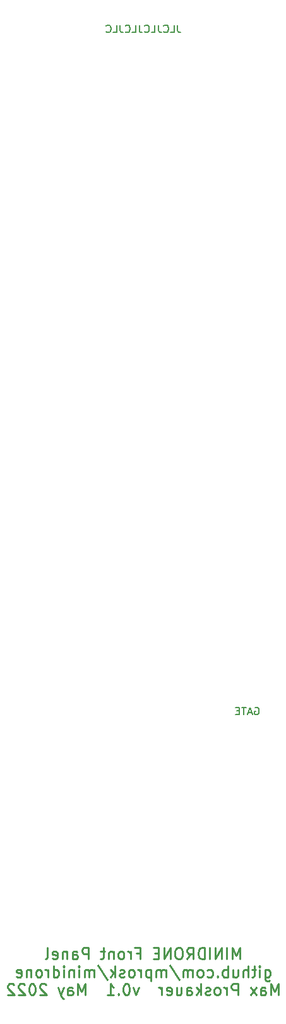
<source format=gbr>
G04 #@! TF.GenerationSoftware,KiCad,Pcbnew,(6.0.5)*
G04 #@! TF.CreationDate,2022-05-27T13:29:11-04:00*
G04 #@! TF.ProjectId,minidrone,6d696e69-6472-46f6-9e65-2e6b69636164,rev?*
G04 #@! TF.SameCoordinates,Original*
G04 #@! TF.FileFunction,Legend,Bot*
G04 #@! TF.FilePolarity,Positive*
%FSLAX46Y46*%
G04 Gerber Fmt 4.6, Leading zero omitted, Abs format (unit mm)*
G04 Created by KiCad (PCBNEW (6.0.5)) date 2022-05-27 13:29:11*
%MOMM*%
%LPD*%
G01*
G04 APERTURE LIST*
%ADD10C,0.225000*%
%ADD11C,0.150000*%
G04 APERTURE END LIST*
D10*
X109448571Y-152568571D02*
X109448571Y-151068571D01*
X108948571Y-152140000D01*
X108448571Y-151068571D01*
X108448571Y-152568571D01*
X107734285Y-152568571D02*
X107734285Y-151068571D01*
X107020000Y-152568571D02*
X107020000Y-151068571D01*
X106162857Y-152568571D01*
X106162857Y-151068571D01*
X105448571Y-152568571D02*
X105448571Y-151068571D01*
X104734285Y-152568571D02*
X104734285Y-151068571D01*
X104377142Y-151068571D01*
X104162857Y-151140000D01*
X104020000Y-151282857D01*
X103948571Y-151425714D01*
X103877142Y-151711428D01*
X103877142Y-151925714D01*
X103948571Y-152211428D01*
X104020000Y-152354285D01*
X104162857Y-152497142D01*
X104377142Y-152568571D01*
X104734285Y-152568571D01*
X102377142Y-152568571D02*
X102877142Y-151854285D01*
X103234285Y-152568571D02*
X103234285Y-151068571D01*
X102662857Y-151068571D01*
X102520000Y-151140000D01*
X102448571Y-151211428D01*
X102377142Y-151354285D01*
X102377142Y-151568571D01*
X102448571Y-151711428D01*
X102520000Y-151782857D01*
X102662857Y-151854285D01*
X103234285Y-151854285D01*
X101448571Y-151068571D02*
X101162857Y-151068571D01*
X101020000Y-151140000D01*
X100877142Y-151282857D01*
X100805714Y-151568571D01*
X100805714Y-152068571D01*
X100877142Y-152354285D01*
X101020000Y-152497142D01*
X101162857Y-152568571D01*
X101448571Y-152568571D01*
X101591428Y-152497142D01*
X101734285Y-152354285D01*
X101805714Y-152068571D01*
X101805714Y-151568571D01*
X101734285Y-151282857D01*
X101591428Y-151140000D01*
X101448571Y-151068571D01*
X100162857Y-152568571D02*
X100162857Y-151068571D01*
X99305714Y-152568571D01*
X99305714Y-151068571D01*
X98591428Y-151782857D02*
X98091428Y-151782857D01*
X97877142Y-152568571D02*
X98591428Y-152568571D01*
X98591428Y-151068571D01*
X97877142Y-151068571D01*
X95591428Y-151782857D02*
X96091428Y-151782857D01*
X96091428Y-152568571D02*
X96091428Y-151068571D01*
X95377142Y-151068571D01*
X94805714Y-152568571D02*
X94805714Y-151568571D01*
X94805714Y-151854285D02*
X94734285Y-151711428D01*
X94662857Y-151640000D01*
X94520000Y-151568571D01*
X94377142Y-151568571D01*
X93662857Y-152568571D02*
X93805714Y-152497142D01*
X93877142Y-152425714D01*
X93948571Y-152282857D01*
X93948571Y-151854285D01*
X93877142Y-151711428D01*
X93805714Y-151640000D01*
X93662857Y-151568571D01*
X93448571Y-151568571D01*
X93305714Y-151640000D01*
X93234285Y-151711428D01*
X93162857Y-151854285D01*
X93162857Y-152282857D01*
X93234285Y-152425714D01*
X93305714Y-152497142D01*
X93448571Y-152568571D01*
X93662857Y-152568571D01*
X92520000Y-151568571D02*
X92520000Y-152568571D01*
X92520000Y-151711428D02*
X92448571Y-151640000D01*
X92305714Y-151568571D01*
X92091428Y-151568571D01*
X91948571Y-151640000D01*
X91877142Y-151782857D01*
X91877142Y-152568571D01*
X91377142Y-151568571D02*
X90805714Y-151568571D01*
X91162857Y-151068571D02*
X91162857Y-152354285D01*
X91091428Y-152497142D01*
X90948571Y-152568571D01*
X90805714Y-152568571D01*
X89162857Y-152568571D02*
X89162857Y-151068571D01*
X88591428Y-151068571D01*
X88448571Y-151140000D01*
X88377142Y-151211428D01*
X88305714Y-151354285D01*
X88305714Y-151568571D01*
X88377142Y-151711428D01*
X88448571Y-151782857D01*
X88591428Y-151854285D01*
X89162857Y-151854285D01*
X87020000Y-152568571D02*
X87020000Y-151782857D01*
X87091428Y-151640000D01*
X87234285Y-151568571D01*
X87520000Y-151568571D01*
X87662857Y-151640000D01*
X87020000Y-152497142D02*
X87162857Y-152568571D01*
X87520000Y-152568571D01*
X87662857Y-152497142D01*
X87734285Y-152354285D01*
X87734285Y-152211428D01*
X87662857Y-152068571D01*
X87520000Y-151997142D01*
X87162857Y-151997142D01*
X87020000Y-151925714D01*
X86305714Y-151568571D02*
X86305714Y-152568571D01*
X86305714Y-151711428D02*
X86234285Y-151640000D01*
X86091428Y-151568571D01*
X85877142Y-151568571D01*
X85734285Y-151640000D01*
X85662857Y-151782857D01*
X85662857Y-152568571D01*
X84377142Y-152497142D02*
X84520000Y-152568571D01*
X84805714Y-152568571D01*
X84948571Y-152497142D01*
X85020000Y-152354285D01*
X85020000Y-151782857D01*
X84948571Y-151640000D01*
X84805714Y-151568571D01*
X84520000Y-151568571D01*
X84377142Y-151640000D01*
X84305714Y-151782857D01*
X84305714Y-151925714D01*
X85020000Y-152068571D01*
X83448571Y-152568571D02*
X83591428Y-152497142D01*
X83662857Y-152354285D01*
X83662857Y-151068571D01*
X112841428Y-153983571D02*
X112841428Y-155197857D01*
X112912857Y-155340714D01*
X112984285Y-155412142D01*
X113127142Y-155483571D01*
X113341428Y-155483571D01*
X113484285Y-155412142D01*
X112841428Y-154912142D02*
X112984285Y-154983571D01*
X113270000Y-154983571D01*
X113412857Y-154912142D01*
X113484285Y-154840714D01*
X113555714Y-154697857D01*
X113555714Y-154269285D01*
X113484285Y-154126428D01*
X113412857Y-154055000D01*
X113270000Y-153983571D01*
X112984285Y-153983571D01*
X112841428Y-154055000D01*
X112127142Y-154983571D02*
X112127142Y-153983571D01*
X112127142Y-153483571D02*
X112198571Y-153555000D01*
X112127142Y-153626428D01*
X112055714Y-153555000D01*
X112127142Y-153483571D01*
X112127142Y-153626428D01*
X111627142Y-153983571D02*
X111055714Y-153983571D01*
X111412857Y-153483571D02*
X111412857Y-154769285D01*
X111341428Y-154912142D01*
X111198571Y-154983571D01*
X111055714Y-154983571D01*
X110555714Y-154983571D02*
X110555714Y-153483571D01*
X109912857Y-154983571D02*
X109912857Y-154197857D01*
X109984285Y-154055000D01*
X110127142Y-153983571D01*
X110341428Y-153983571D01*
X110484285Y-154055000D01*
X110555714Y-154126428D01*
X108555714Y-153983571D02*
X108555714Y-154983571D01*
X109198571Y-153983571D02*
X109198571Y-154769285D01*
X109127142Y-154912142D01*
X108984285Y-154983571D01*
X108770000Y-154983571D01*
X108627142Y-154912142D01*
X108555714Y-154840714D01*
X107841428Y-154983571D02*
X107841428Y-153483571D01*
X107841428Y-154055000D02*
X107698571Y-153983571D01*
X107412857Y-153983571D01*
X107270000Y-154055000D01*
X107198571Y-154126428D01*
X107127142Y-154269285D01*
X107127142Y-154697857D01*
X107198571Y-154840714D01*
X107270000Y-154912142D01*
X107412857Y-154983571D01*
X107698571Y-154983571D01*
X107841428Y-154912142D01*
X106484285Y-154840714D02*
X106412857Y-154912142D01*
X106484285Y-154983571D01*
X106555714Y-154912142D01*
X106484285Y-154840714D01*
X106484285Y-154983571D01*
X105127142Y-154912142D02*
X105270000Y-154983571D01*
X105555714Y-154983571D01*
X105698571Y-154912142D01*
X105770000Y-154840714D01*
X105841428Y-154697857D01*
X105841428Y-154269285D01*
X105770000Y-154126428D01*
X105698571Y-154055000D01*
X105555714Y-153983571D01*
X105270000Y-153983571D01*
X105127142Y-154055000D01*
X104270000Y-154983571D02*
X104412857Y-154912142D01*
X104484285Y-154840714D01*
X104555714Y-154697857D01*
X104555714Y-154269285D01*
X104484285Y-154126428D01*
X104412857Y-154055000D01*
X104270000Y-153983571D01*
X104055714Y-153983571D01*
X103912857Y-154055000D01*
X103841428Y-154126428D01*
X103770000Y-154269285D01*
X103770000Y-154697857D01*
X103841428Y-154840714D01*
X103912857Y-154912142D01*
X104055714Y-154983571D01*
X104270000Y-154983571D01*
X103127142Y-154983571D02*
X103127142Y-153983571D01*
X103127142Y-154126428D02*
X103055714Y-154055000D01*
X102912857Y-153983571D01*
X102698571Y-153983571D01*
X102555714Y-154055000D01*
X102484285Y-154197857D01*
X102484285Y-154983571D01*
X102484285Y-154197857D02*
X102412857Y-154055000D01*
X102270000Y-153983571D01*
X102055714Y-153983571D01*
X101912857Y-154055000D01*
X101841428Y-154197857D01*
X101841428Y-154983571D01*
X100055714Y-153412142D02*
X101341428Y-155340714D01*
X99555714Y-154983571D02*
X99555714Y-153983571D01*
X99555714Y-154126428D02*
X99484285Y-154055000D01*
X99341428Y-153983571D01*
X99127142Y-153983571D01*
X98984285Y-154055000D01*
X98912857Y-154197857D01*
X98912857Y-154983571D01*
X98912857Y-154197857D02*
X98841428Y-154055000D01*
X98698571Y-153983571D01*
X98484285Y-153983571D01*
X98341428Y-154055000D01*
X98270000Y-154197857D01*
X98270000Y-154983571D01*
X97555714Y-153983571D02*
X97555714Y-155483571D01*
X97555714Y-154055000D02*
X97412857Y-153983571D01*
X97127142Y-153983571D01*
X96984285Y-154055000D01*
X96912857Y-154126428D01*
X96841428Y-154269285D01*
X96841428Y-154697857D01*
X96912857Y-154840714D01*
X96984285Y-154912142D01*
X97127142Y-154983571D01*
X97412857Y-154983571D01*
X97555714Y-154912142D01*
X96198571Y-154983571D02*
X96198571Y-153983571D01*
X96198571Y-154269285D02*
X96127142Y-154126428D01*
X96055714Y-154055000D01*
X95912857Y-153983571D01*
X95770000Y-153983571D01*
X95055714Y-154983571D02*
X95198571Y-154912142D01*
X95270000Y-154840714D01*
X95341428Y-154697857D01*
X95341428Y-154269285D01*
X95270000Y-154126428D01*
X95198571Y-154055000D01*
X95055714Y-153983571D01*
X94841428Y-153983571D01*
X94698571Y-154055000D01*
X94627142Y-154126428D01*
X94555714Y-154269285D01*
X94555714Y-154697857D01*
X94627142Y-154840714D01*
X94698571Y-154912142D01*
X94841428Y-154983571D01*
X95055714Y-154983571D01*
X93984285Y-154912142D02*
X93841428Y-154983571D01*
X93555714Y-154983571D01*
X93412857Y-154912142D01*
X93341428Y-154769285D01*
X93341428Y-154697857D01*
X93412857Y-154555000D01*
X93555714Y-154483571D01*
X93770000Y-154483571D01*
X93912857Y-154412142D01*
X93984285Y-154269285D01*
X93984285Y-154197857D01*
X93912857Y-154055000D01*
X93770000Y-153983571D01*
X93555714Y-153983571D01*
X93412857Y-154055000D01*
X92698571Y-154983571D02*
X92698571Y-153483571D01*
X92555714Y-154412142D02*
X92127142Y-154983571D01*
X92127142Y-153983571D02*
X92698571Y-154555000D01*
X90412857Y-153412142D02*
X91698571Y-155340714D01*
X89912857Y-154983571D02*
X89912857Y-153983571D01*
X89912857Y-154126428D02*
X89841428Y-154055000D01*
X89698571Y-153983571D01*
X89484285Y-153983571D01*
X89341428Y-154055000D01*
X89270000Y-154197857D01*
X89270000Y-154983571D01*
X89270000Y-154197857D02*
X89198571Y-154055000D01*
X89055714Y-153983571D01*
X88841428Y-153983571D01*
X88698571Y-154055000D01*
X88627142Y-154197857D01*
X88627142Y-154983571D01*
X87912857Y-154983571D02*
X87912857Y-153983571D01*
X87912857Y-153483571D02*
X87984285Y-153555000D01*
X87912857Y-153626428D01*
X87841428Y-153555000D01*
X87912857Y-153483571D01*
X87912857Y-153626428D01*
X87198571Y-153983571D02*
X87198571Y-154983571D01*
X87198571Y-154126428D02*
X87127142Y-154055000D01*
X86984285Y-153983571D01*
X86770000Y-153983571D01*
X86627142Y-154055000D01*
X86555714Y-154197857D01*
X86555714Y-154983571D01*
X85841428Y-154983571D02*
X85841428Y-153983571D01*
X85841428Y-153483571D02*
X85912857Y-153555000D01*
X85841428Y-153626428D01*
X85770000Y-153555000D01*
X85841428Y-153483571D01*
X85841428Y-153626428D01*
X84484285Y-154983571D02*
X84484285Y-153483571D01*
X84484285Y-154912142D02*
X84627142Y-154983571D01*
X84912857Y-154983571D01*
X85055714Y-154912142D01*
X85127142Y-154840714D01*
X85198571Y-154697857D01*
X85198571Y-154269285D01*
X85127142Y-154126428D01*
X85055714Y-154055000D01*
X84912857Y-153983571D01*
X84627142Y-153983571D01*
X84484285Y-154055000D01*
X83770000Y-154983571D02*
X83770000Y-153983571D01*
X83770000Y-154269285D02*
X83698571Y-154126428D01*
X83627142Y-154055000D01*
X83484285Y-153983571D01*
X83341428Y-153983571D01*
X82627142Y-154983571D02*
X82770000Y-154912142D01*
X82841428Y-154840714D01*
X82912857Y-154697857D01*
X82912857Y-154269285D01*
X82841428Y-154126428D01*
X82770000Y-154055000D01*
X82627142Y-153983571D01*
X82412857Y-153983571D01*
X82270000Y-154055000D01*
X82198571Y-154126428D01*
X82127142Y-154269285D01*
X82127142Y-154697857D01*
X82198571Y-154840714D01*
X82270000Y-154912142D01*
X82412857Y-154983571D01*
X82627142Y-154983571D01*
X81484285Y-153983571D02*
X81484285Y-154983571D01*
X81484285Y-154126428D02*
X81412857Y-154055000D01*
X81270000Y-153983571D01*
X81055714Y-153983571D01*
X80912857Y-154055000D01*
X80841428Y-154197857D01*
X80841428Y-154983571D01*
X79555714Y-154912142D02*
X79698571Y-154983571D01*
X79984285Y-154983571D01*
X80127142Y-154912142D01*
X80198571Y-154769285D01*
X80198571Y-154197857D01*
X80127142Y-154055000D01*
X79984285Y-153983571D01*
X79698571Y-153983571D01*
X79555714Y-154055000D01*
X79484285Y-154197857D01*
X79484285Y-154340714D01*
X80198571Y-154483571D01*
X114627142Y-157398571D02*
X114627142Y-155898571D01*
X114127142Y-156970000D01*
X113627142Y-155898571D01*
X113627142Y-157398571D01*
X112270000Y-157398571D02*
X112270000Y-156612857D01*
X112341428Y-156470000D01*
X112484285Y-156398571D01*
X112770000Y-156398571D01*
X112912857Y-156470000D01*
X112270000Y-157327142D02*
X112412857Y-157398571D01*
X112770000Y-157398571D01*
X112912857Y-157327142D01*
X112984285Y-157184285D01*
X112984285Y-157041428D01*
X112912857Y-156898571D01*
X112770000Y-156827142D01*
X112412857Y-156827142D01*
X112270000Y-156755714D01*
X111698571Y-157398571D02*
X110912857Y-156398571D01*
X111698571Y-156398571D02*
X110912857Y-157398571D01*
X109198571Y-157398571D02*
X109198571Y-155898571D01*
X108627142Y-155898571D01*
X108484285Y-155970000D01*
X108412857Y-156041428D01*
X108341428Y-156184285D01*
X108341428Y-156398571D01*
X108412857Y-156541428D01*
X108484285Y-156612857D01*
X108627142Y-156684285D01*
X109198571Y-156684285D01*
X107698571Y-157398571D02*
X107698571Y-156398571D01*
X107698571Y-156684285D02*
X107627142Y-156541428D01*
X107555714Y-156470000D01*
X107412857Y-156398571D01*
X107270000Y-156398571D01*
X106555714Y-157398571D02*
X106698571Y-157327142D01*
X106770000Y-157255714D01*
X106841428Y-157112857D01*
X106841428Y-156684285D01*
X106770000Y-156541428D01*
X106698571Y-156470000D01*
X106555714Y-156398571D01*
X106341428Y-156398571D01*
X106198571Y-156470000D01*
X106127142Y-156541428D01*
X106055714Y-156684285D01*
X106055714Y-157112857D01*
X106127142Y-157255714D01*
X106198571Y-157327142D01*
X106341428Y-157398571D01*
X106555714Y-157398571D01*
X105484285Y-157327142D02*
X105341428Y-157398571D01*
X105055714Y-157398571D01*
X104912857Y-157327142D01*
X104841428Y-157184285D01*
X104841428Y-157112857D01*
X104912857Y-156970000D01*
X105055714Y-156898571D01*
X105270000Y-156898571D01*
X105412857Y-156827142D01*
X105484285Y-156684285D01*
X105484285Y-156612857D01*
X105412857Y-156470000D01*
X105270000Y-156398571D01*
X105055714Y-156398571D01*
X104912857Y-156470000D01*
X104198571Y-157398571D02*
X104198571Y-155898571D01*
X104055714Y-156827142D02*
X103627142Y-157398571D01*
X103627142Y-156398571D02*
X104198571Y-156970000D01*
X102341428Y-157398571D02*
X102341428Y-156612857D01*
X102412857Y-156470000D01*
X102555714Y-156398571D01*
X102841428Y-156398571D01*
X102984285Y-156470000D01*
X102341428Y-157327142D02*
X102484285Y-157398571D01*
X102841428Y-157398571D01*
X102984285Y-157327142D01*
X103055714Y-157184285D01*
X103055714Y-157041428D01*
X102984285Y-156898571D01*
X102841428Y-156827142D01*
X102484285Y-156827142D01*
X102341428Y-156755714D01*
X100984285Y-156398571D02*
X100984285Y-157398571D01*
X101627142Y-156398571D02*
X101627142Y-157184285D01*
X101555714Y-157327142D01*
X101412857Y-157398571D01*
X101198571Y-157398571D01*
X101055714Y-157327142D01*
X100984285Y-157255714D01*
X99698571Y-157327142D02*
X99841428Y-157398571D01*
X100127142Y-157398571D01*
X100270000Y-157327142D01*
X100341428Y-157184285D01*
X100341428Y-156612857D01*
X100270000Y-156470000D01*
X100127142Y-156398571D01*
X99841428Y-156398571D01*
X99698571Y-156470000D01*
X99627142Y-156612857D01*
X99627142Y-156755714D01*
X100341428Y-156898571D01*
X98984285Y-157398571D02*
X98984285Y-156398571D01*
X98984285Y-156684285D02*
X98912857Y-156541428D01*
X98841428Y-156470000D01*
X98698571Y-156398571D01*
X98555714Y-156398571D01*
X95912857Y-156398571D02*
X95555714Y-157398571D01*
X95198571Y-156398571D01*
X94341428Y-155898571D02*
X94198571Y-155898571D01*
X94055714Y-155970000D01*
X93984285Y-156041428D01*
X93912857Y-156184285D01*
X93841428Y-156470000D01*
X93841428Y-156827142D01*
X93912857Y-157112857D01*
X93984285Y-157255714D01*
X94055714Y-157327142D01*
X94198571Y-157398571D01*
X94341428Y-157398571D01*
X94484285Y-157327142D01*
X94555714Y-157255714D01*
X94627142Y-157112857D01*
X94698571Y-156827142D01*
X94698571Y-156470000D01*
X94627142Y-156184285D01*
X94555714Y-156041428D01*
X94484285Y-155970000D01*
X94341428Y-155898571D01*
X93198571Y-157255714D02*
X93127142Y-157327142D01*
X93198571Y-157398571D01*
X93270000Y-157327142D01*
X93198571Y-157255714D01*
X93198571Y-157398571D01*
X91698571Y-157398571D02*
X92555714Y-157398571D01*
X92127142Y-157398571D02*
X92127142Y-155898571D01*
X92270000Y-156112857D01*
X92412857Y-156255714D01*
X92555714Y-156327142D01*
X88770000Y-157398571D02*
X88770000Y-155898571D01*
X88270000Y-156970000D01*
X87770000Y-155898571D01*
X87770000Y-157398571D01*
X86412857Y-157398571D02*
X86412857Y-156612857D01*
X86484285Y-156470000D01*
X86627142Y-156398571D01*
X86912857Y-156398571D01*
X87055714Y-156470000D01*
X86412857Y-157327142D02*
X86555714Y-157398571D01*
X86912857Y-157398571D01*
X87055714Y-157327142D01*
X87127142Y-157184285D01*
X87127142Y-157041428D01*
X87055714Y-156898571D01*
X86912857Y-156827142D01*
X86555714Y-156827142D01*
X86412857Y-156755714D01*
X85841428Y-156398571D02*
X85484285Y-157398571D01*
X85127142Y-156398571D02*
X85484285Y-157398571D01*
X85627142Y-157755714D01*
X85698571Y-157827142D01*
X85841428Y-157898571D01*
X83484285Y-156041428D02*
X83412857Y-155970000D01*
X83270000Y-155898571D01*
X82912857Y-155898571D01*
X82770000Y-155970000D01*
X82698571Y-156041428D01*
X82627142Y-156184285D01*
X82627142Y-156327142D01*
X82698571Y-156541428D01*
X83555714Y-157398571D01*
X82627142Y-157398571D01*
X81698571Y-155898571D02*
X81555714Y-155898571D01*
X81412857Y-155970000D01*
X81341428Y-156041428D01*
X81270000Y-156184285D01*
X81198571Y-156470000D01*
X81198571Y-156827142D01*
X81270000Y-157112857D01*
X81341428Y-157255714D01*
X81412857Y-157327142D01*
X81555714Y-157398571D01*
X81698571Y-157398571D01*
X81841428Y-157327142D01*
X81912857Y-157255714D01*
X81984285Y-157112857D01*
X82055714Y-156827142D01*
X82055714Y-156470000D01*
X81984285Y-156184285D01*
X81912857Y-156041428D01*
X81841428Y-155970000D01*
X81698571Y-155898571D01*
X80627142Y-156041428D02*
X80555714Y-155970000D01*
X80412857Y-155898571D01*
X80055714Y-155898571D01*
X79912857Y-155970000D01*
X79841428Y-156041428D01*
X79770000Y-156184285D01*
X79770000Y-156327142D01*
X79841428Y-156541428D01*
X80698571Y-157398571D01*
X79770000Y-157398571D01*
X79198571Y-156041428D02*
X79127142Y-155970000D01*
X78984285Y-155898571D01*
X78627142Y-155898571D01*
X78484285Y-155970000D01*
X78412857Y-156041428D01*
X78341428Y-156184285D01*
X78341428Y-156327142D01*
X78412857Y-156541428D01*
X79270000Y-157398571D01*
X78341428Y-157398571D01*
D11*
X101139047Y-27392380D02*
X101139047Y-28106666D01*
X101186666Y-28249523D01*
X101281904Y-28344761D01*
X101424761Y-28392380D01*
X101520000Y-28392380D01*
X100186666Y-28392380D02*
X100662857Y-28392380D01*
X100662857Y-27392380D01*
X99281904Y-28297142D02*
X99329523Y-28344761D01*
X99472380Y-28392380D01*
X99567619Y-28392380D01*
X99710476Y-28344761D01*
X99805714Y-28249523D01*
X99853333Y-28154285D01*
X99900952Y-27963809D01*
X99900952Y-27820952D01*
X99853333Y-27630476D01*
X99805714Y-27535238D01*
X99710476Y-27440000D01*
X99567619Y-27392380D01*
X99472380Y-27392380D01*
X99329523Y-27440000D01*
X99281904Y-27487619D01*
X98567619Y-27392380D02*
X98567619Y-28106666D01*
X98615238Y-28249523D01*
X98710476Y-28344761D01*
X98853333Y-28392380D01*
X98948571Y-28392380D01*
X97615238Y-28392380D02*
X98091428Y-28392380D01*
X98091428Y-27392380D01*
X96710476Y-28297142D02*
X96758095Y-28344761D01*
X96900952Y-28392380D01*
X96996190Y-28392380D01*
X97139047Y-28344761D01*
X97234285Y-28249523D01*
X97281904Y-28154285D01*
X97329523Y-27963809D01*
X97329523Y-27820952D01*
X97281904Y-27630476D01*
X97234285Y-27535238D01*
X97139047Y-27440000D01*
X96996190Y-27392380D01*
X96900952Y-27392380D01*
X96758095Y-27440000D01*
X96710476Y-27487619D01*
X95996190Y-27392380D02*
X95996190Y-28106666D01*
X96043809Y-28249523D01*
X96139047Y-28344761D01*
X96281904Y-28392380D01*
X96377142Y-28392380D01*
X95043809Y-28392380D02*
X95520000Y-28392380D01*
X95520000Y-27392380D01*
X94139047Y-28297142D02*
X94186666Y-28344761D01*
X94329523Y-28392380D01*
X94424761Y-28392380D01*
X94567619Y-28344761D01*
X94662857Y-28249523D01*
X94710476Y-28154285D01*
X94758095Y-27963809D01*
X94758095Y-27820952D01*
X94710476Y-27630476D01*
X94662857Y-27535238D01*
X94567619Y-27440000D01*
X94424761Y-27392380D01*
X94329523Y-27392380D01*
X94186666Y-27440000D01*
X94139047Y-27487619D01*
X93424761Y-27392380D02*
X93424761Y-28106666D01*
X93472380Y-28249523D01*
X93567619Y-28344761D01*
X93710476Y-28392380D01*
X93805714Y-28392380D01*
X92472380Y-28392380D02*
X92948571Y-28392380D01*
X92948571Y-27392380D01*
X91567619Y-28297142D02*
X91615238Y-28344761D01*
X91758095Y-28392380D01*
X91853333Y-28392380D01*
X91996190Y-28344761D01*
X92091428Y-28249523D01*
X92139047Y-28154285D01*
X92186666Y-27963809D01*
X92186666Y-27820952D01*
X92139047Y-27630476D01*
X92091428Y-27535238D01*
X91996190Y-27440000D01*
X91853333Y-27392380D01*
X91758095Y-27392380D01*
X91615238Y-27440000D01*
X91567619Y-27487619D01*
X111490000Y-118880000D02*
X111585238Y-118832380D01*
X111728095Y-118832380D01*
X111870952Y-118880000D01*
X111966190Y-118975238D01*
X112013809Y-119070476D01*
X112061428Y-119260952D01*
X112061428Y-119403809D01*
X112013809Y-119594285D01*
X111966190Y-119689523D01*
X111870952Y-119784761D01*
X111728095Y-119832380D01*
X111632857Y-119832380D01*
X111490000Y-119784761D01*
X111442380Y-119737142D01*
X111442380Y-119403809D01*
X111632857Y-119403809D01*
X111061428Y-119546666D02*
X110585238Y-119546666D01*
X111156666Y-119832380D02*
X110823333Y-118832380D01*
X110490000Y-119832380D01*
X110299523Y-118832380D02*
X109728095Y-118832380D01*
X110013809Y-119832380D02*
X110013809Y-118832380D01*
X109394761Y-119308571D02*
X109061428Y-119308571D01*
X108918571Y-119832380D02*
X109394761Y-119832380D01*
X109394761Y-118832380D01*
X108918571Y-118832380D01*
M02*

</source>
